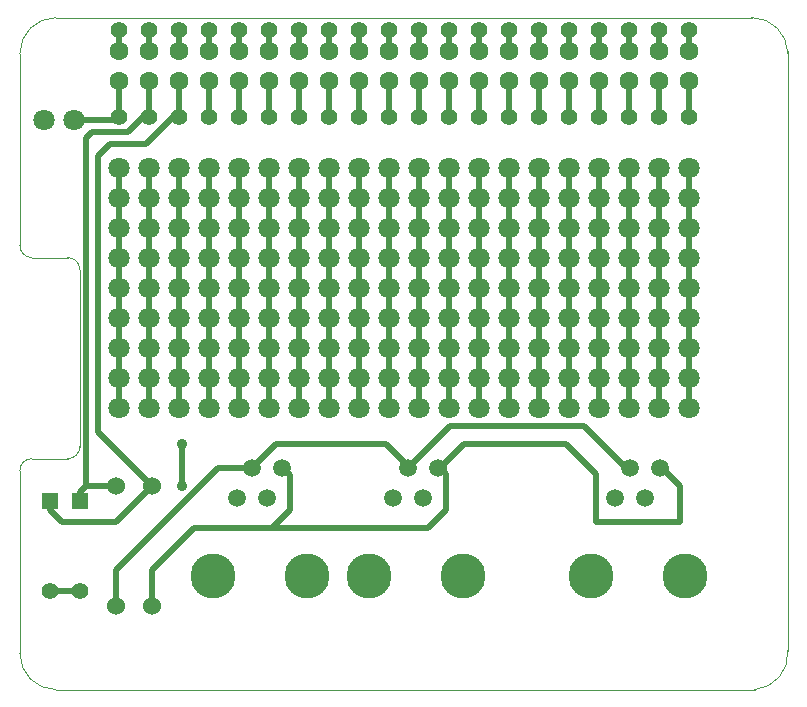
<source format=gbl>
G04 (created by PCBNEW (2013-june-11)-stable) date Sun 20 Aug 2017 10:14:19 PM EDT*
%MOIN*%
G04 Gerber Fmt 3.4, Leading zero omitted, Abs format*
%FSLAX34Y34*%
G01*
G70*
G90*
G04 APERTURE LIST*
%ADD10C,0.00590551*%
%ADD11C,0.00393701*%
%ADD12C,0.0590551*%
%ADD13C,0.149606*%
%ADD14C,0.0708661*%
%ADD15R,0.056X0.056*%
%ADD16C,0.056*%
%ADD17C,0.06*%
%ADD18C,0.0629921*%
%ADD19C,0.0551181*%
%ADD20R,0.019685X0.0472441*%
%ADD21C,0.035*%
%ADD22C,0.02*%
G04 APERTURE END LIST*
G54D10*
G54D11*
X63400Y-68400D02*
X86700Y-68400D01*
X86600Y-46000D02*
X63400Y-46000D01*
X87800Y-47200D02*
G75*
G03X86600Y-46000I-1200J0D01*
G74*
G01*
X62200Y-61100D02*
X62200Y-67200D01*
X62600Y-60700D02*
X63800Y-60700D01*
X64200Y-54400D02*
X64200Y-60300D01*
X62600Y-54000D02*
X63800Y-54000D01*
X62200Y-47200D02*
X62200Y-53600D01*
X63400Y-46000D02*
G75*
G03X62200Y-47200I0J-1200D01*
G74*
G01*
X87800Y-67100D02*
X87800Y-47100D01*
X64200Y-54400D02*
G75*
G03X63800Y-54000I-400J0D01*
G74*
G01*
X63800Y-60700D02*
G75*
G03X64200Y-60300I0J400D01*
G74*
G01*
X62600Y-60700D02*
G75*
G03X62200Y-61100I0J-400D01*
G74*
G01*
X62200Y-53600D02*
G75*
G03X62600Y-54000I400J0D01*
G74*
G01*
X62200Y-67200D02*
G75*
G03X63400Y-68400I1200J0D01*
G74*
G01*
X86700Y-68399D02*
G75*
G03X87799Y-67099I-100J1199D01*
G74*
G01*
G54D12*
X83550Y-61000D03*
X83050Y-62000D03*
X82550Y-61000D03*
X82050Y-62000D03*
G54D13*
X84374Y-64598D03*
X81225Y-64598D03*
G54D12*
X76150Y-61000D03*
X75650Y-62000D03*
X75150Y-61000D03*
X74650Y-62000D03*
G54D13*
X76974Y-64598D03*
X73825Y-64598D03*
G54D12*
X70950Y-61000D03*
X70450Y-62000D03*
X69950Y-61000D03*
X69450Y-62000D03*
G54D13*
X71774Y-64598D03*
X68625Y-64598D03*
G54D14*
X64000Y-49400D03*
X63000Y-49400D03*
G54D15*
X64200Y-62100D03*
G54D16*
X64200Y-65100D03*
G54D15*
X63200Y-62100D03*
G54D16*
X63200Y-65100D03*
G54D17*
X66600Y-61600D03*
X66600Y-65600D03*
X65400Y-61600D03*
X65400Y-65600D03*
G54D18*
X65500Y-48100D03*
X65500Y-47100D03*
X66500Y-48100D03*
X66500Y-47100D03*
X67500Y-48100D03*
X67500Y-47100D03*
X68500Y-48100D03*
X68500Y-47100D03*
X69500Y-48100D03*
X69500Y-47100D03*
X70500Y-48100D03*
X70500Y-47100D03*
X71500Y-48100D03*
X71500Y-47100D03*
X72500Y-48100D03*
X72500Y-47100D03*
X73500Y-48100D03*
X73500Y-47100D03*
X74500Y-48100D03*
X74500Y-47100D03*
X75500Y-48100D03*
X75500Y-47100D03*
X76500Y-48100D03*
X76500Y-47100D03*
X77500Y-48100D03*
X77500Y-47100D03*
X78500Y-48100D03*
X78500Y-47100D03*
X79500Y-48100D03*
X79500Y-47100D03*
X80500Y-48100D03*
X80500Y-47100D03*
X81500Y-48100D03*
X81500Y-47100D03*
X82500Y-48100D03*
X82500Y-47100D03*
X83500Y-48100D03*
X83500Y-47100D03*
X84500Y-48100D03*
X84500Y-47100D03*
G54D19*
X74500Y-46400D03*
X73500Y-46400D03*
X72500Y-46400D03*
X71500Y-46400D03*
X70500Y-46400D03*
X69500Y-46400D03*
X68500Y-46400D03*
X67500Y-46400D03*
X66500Y-46400D03*
X65500Y-46400D03*
X71500Y-49300D03*
X70500Y-49300D03*
X69500Y-49300D03*
X68500Y-49300D03*
X67500Y-49300D03*
X65500Y-49300D03*
X66500Y-49300D03*
X76500Y-49300D03*
X75500Y-49300D03*
X76500Y-46400D03*
X84500Y-49300D03*
X83500Y-49300D03*
X82500Y-49300D03*
X81500Y-49300D03*
X80500Y-49300D03*
X79500Y-49300D03*
X78500Y-49300D03*
X77500Y-49300D03*
X74500Y-49300D03*
X73500Y-49300D03*
X72500Y-49300D03*
X84500Y-46400D03*
X83500Y-46400D03*
X82500Y-46400D03*
X81500Y-46400D03*
X80500Y-46400D03*
X79500Y-46400D03*
X78500Y-46400D03*
X77500Y-46400D03*
X75500Y-46400D03*
G54D14*
X65500Y-51000D03*
X65500Y-52000D03*
X65500Y-53000D03*
X65500Y-54000D03*
X65500Y-55000D03*
X65500Y-56000D03*
X65500Y-57000D03*
X65500Y-58000D03*
X65500Y-59000D03*
G54D20*
X65500Y-51500D03*
X65500Y-52500D03*
X65500Y-53500D03*
X65500Y-54500D03*
X65500Y-55500D03*
X65500Y-56500D03*
X65500Y-57500D03*
X65500Y-58500D03*
G54D14*
X66500Y-51000D03*
X66500Y-52000D03*
X66500Y-53000D03*
X66500Y-54000D03*
X66500Y-55000D03*
X66500Y-56000D03*
X66500Y-57000D03*
X66500Y-58000D03*
X66500Y-59000D03*
G54D20*
X66500Y-51500D03*
X66500Y-52500D03*
X66500Y-53500D03*
X66500Y-54500D03*
X66500Y-55500D03*
X66500Y-56500D03*
X66500Y-57500D03*
X66500Y-58500D03*
G54D14*
X67500Y-51000D03*
X67500Y-52000D03*
X67500Y-53000D03*
X67500Y-54000D03*
X67500Y-55000D03*
X67500Y-56000D03*
X67500Y-57000D03*
X67500Y-58000D03*
X67500Y-59000D03*
G54D20*
X67500Y-51500D03*
X67500Y-52500D03*
X67500Y-53500D03*
X67500Y-54500D03*
X67500Y-55500D03*
X67500Y-56500D03*
X67500Y-57500D03*
X67500Y-58500D03*
G54D14*
X68500Y-51000D03*
X68500Y-52000D03*
X68500Y-53000D03*
X68500Y-54000D03*
X68500Y-55000D03*
X68500Y-56000D03*
X68500Y-57000D03*
X68500Y-58000D03*
X68500Y-59000D03*
G54D20*
X68500Y-51500D03*
X68500Y-52500D03*
X68500Y-53500D03*
X68500Y-54500D03*
X68500Y-55500D03*
X68500Y-56500D03*
X68500Y-57500D03*
X68500Y-58500D03*
G54D14*
X69500Y-51000D03*
X69500Y-52000D03*
X69500Y-53000D03*
X69500Y-54000D03*
X69500Y-55000D03*
X69500Y-56000D03*
X69500Y-57000D03*
X69500Y-58000D03*
X69500Y-59000D03*
G54D20*
X69500Y-51500D03*
X69500Y-52500D03*
X69500Y-53500D03*
X69500Y-54500D03*
X69500Y-55500D03*
X69500Y-56500D03*
X69500Y-57500D03*
X69500Y-58500D03*
G54D14*
X70500Y-51000D03*
X70500Y-52000D03*
X70500Y-53000D03*
X70500Y-54000D03*
X70500Y-55000D03*
X70500Y-56000D03*
X70500Y-57000D03*
X70500Y-58000D03*
X70500Y-59000D03*
G54D20*
X70500Y-51500D03*
X70500Y-52500D03*
X70500Y-53500D03*
X70500Y-54500D03*
X70500Y-55500D03*
X70500Y-56500D03*
X70500Y-57500D03*
X70500Y-58500D03*
G54D14*
X71500Y-51000D03*
X71500Y-52000D03*
X71500Y-53000D03*
X71500Y-54000D03*
X71500Y-55000D03*
X71500Y-56000D03*
X71500Y-57000D03*
X71500Y-58000D03*
X71500Y-59000D03*
G54D20*
X71500Y-51500D03*
X71500Y-52500D03*
X71500Y-53500D03*
X71500Y-54500D03*
X71500Y-55500D03*
X71500Y-56500D03*
X71500Y-57500D03*
X71500Y-58500D03*
G54D14*
X72500Y-51000D03*
X72500Y-52000D03*
X72500Y-53000D03*
X72500Y-54000D03*
X72500Y-55000D03*
X72500Y-56000D03*
X72500Y-57000D03*
X72500Y-58000D03*
X72500Y-59000D03*
G54D20*
X72500Y-51500D03*
X72500Y-52500D03*
X72500Y-53500D03*
X72500Y-54500D03*
X72500Y-55500D03*
X72500Y-56500D03*
X72500Y-57500D03*
X72500Y-58500D03*
G54D14*
X84500Y-51000D03*
X84500Y-52000D03*
X84500Y-53000D03*
X84500Y-54000D03*
X84500Y-55000D03*
X84500Y-56000D03*
X84500Y-57000D03*
X84500Y-58000D03*
X84500Y-59000D03*
G54D20*
X84500Y-51500D03*
X84500Y-52500D03*
X84500Y-53500D03*
X84500Y-54500D03*
X84500Y-55500D03*
X84500Y-56500D03*
X84500Y-57500D03*
X84500Y-58500D03*
G54D14*
X83500Y-51000D03*
X83500Y-52000D03*
X83500Y-53000D03*
X83500Y-54000D03*
X83500Y-55000D03*
X83500Y-56000D03*
X83500Y-57000D03*
X83500Y-58000D03*
X83500Y-59000D03*
G54D20*
X83500Y-51500D03*
X83500Y-52500D03*
X83500Y-53500D03*
X83500Y-54500D03*
X83500Y-55500D03*
X83500Y-56500D03*
X83500Y-57500D03*
X83500Y-58500D03*
G54D14*
X82500Y-51000D03*
X82500Y-52000D03*
X82500Y-53000D03*
X82500Y-54000D03*
X82500Y-55000D03*
X82500Y-56000D03*
X82500Y-57000D03*
X82500Y-58000D03*
X82500Y-59000D03*
G54D20*
X82500Y-51500D03*
X82500Y-52500D03*
X82500Y-53500D03*
X82500Y-54500D03*
X82500Y-55500D03*
X82500Y-56500D03*
X82500Y-57500D03*
X82500Y-58500D03*
G54D14*
X81500Y-51000D03*
X81500Y-52000D03*
X81500Y-53000D03*
X81500Y-54000D03*
X81500Y-55000D03*
X81500Y-56000D03*
X81500Y-57000D03*
X81500Y-58000D03*
X81500Y-59000D03*
G54D20*
X81500Y-51500D03*
X81500Y-52500D03*
X81500Y-53500D03*
X81500Y-54500D03*
X81500Y-55500D03*
X81500Y-56500D03*
X81500Y-57500D03*
X81500Y-58500D03*
G54D14*
X80500Y-51000D03*
X80500Y-52000D03*
X80500Y-53000D03*
X80500Y-54000D03*
X80500Y-55000D03*
X80500Y-56000D03*
X80500Y-57000D03*
X80500Y-58000D03*
X80500Y-59000D03*
G54D20*
X80500Y-51500D03*
X80500Y-52500D03*
X80500Y-53500D03*
X80500Y-54500D03*
X80500Y-55500D03*
X80500Y-56500D03*
X80500Y-57500D03*
X80500Y-58500D03*
G54D14*
X79500Y-51000D03*
X79500Y-52000D03*
X79500Y-53000D03*
X79500Y-54000D03*
X79500Y-55000D03*
X79500Y-56000D03*
X79500Y-57000D03*
X79500Y-58000D03*
X79500Y-59000D03*
G54D20*
X79500Y-51500D03*
X79500Y-52500D03*
X79500Y-53500D03*
X79500Y-54500D03*
X79500Y-55500D03*
X79500Y-56500D03*
X79500Y-57500D03*
X79500Y-58500D03*
G54D14*
X78500Y-51000D03*
X78500Y-52000D03*
X78500Y-53000D03*
X78500Y-54000D03*
X78500Y-55000D03*
X78500Y-56000D03*
X78500Y-57000D03*
X78500Y-58000D03*
X78500Y-59000D03*
G54D20*
X78500Y-51500D03*
X78500Y-52500D03*
X78500Y-53500D03*
X78500Y-54500D03*
X78500Y-55500D03*
X78500Y-56500D03*
X78500Y-57500D03*
X78500Y-58500D03*
G54D14*
X77500Y-51000D03*
X77500Y-52000D03*
X77500Y-53000D03*
X77500Y-54000D03*
X77500Y-55000D03*
X77500Y-56000D03*
X77500Y-57000D03*
X77500Y-58000D03*
X77500Y-59000D03*
G54D20*
X77500Y-51500D03*
X77500Y-52500D03*
X77500Y-53500D03*
X77500Y-54500D03*
X77500Y-55500D03*
X77500Y-56500D03*
X77500Y-57500D03*
X77500Y-58500D03*
G54D14*
X76500Y-51000D03*
X76500Y-52000D03*
X76500Y-53000D03*
X76500Y-54000D03*
X76500Y-55000D03*
X76500Y-56000D03*
X76500Y-57000D03*
X76500Y-58000D03*
X76500Y-59000D03*
G54D20*
X76500Y-51500D03*
X76500Y-52500D03*
X76500Y-53500D03*
X76500Y-54500D03*
X76500Y-55500D03*
X76500Y-56500D03*
X76500Y-57500D03*
X76500Y-58500D03*
G54D14*
X75500Y-51000D03*
X75500Y-52000D03*
X75500Y-53000D03*
X75500Y-54000D03*
X75500Y-55000D03*
X75500Y-56000D03*
X75500Y-57000D03*
X75500Y-58000D03*
X75500Y-59000D03*
G54D20*
X75500Y-51500D03*
X75500Y-52500D03*
X75500Y-53500D03*
X75500Y-54500D03*
X75500Y-55500D03*
X75500Y-56500D03*
X75500Y-57500D03*
X75500Y-58500D03*
G54D14*
X74500Y-51000D03*
X74500Y-52000D03*
X74500Y-53000D03*
X74500Y-54000D03*
X74500Y-55000D03*
X74500Y-56000D03*
X74500Y-57000D03*
X74500Y-58000D03*
X74500Y-59000D03*
G54D20*
X74500Y-51500D03*
X74500Y-52500D03*
X74500Y-53500D03*
X74500Y-54500D03*
X74500Y-55500D03*
X74500Y-56500D03*
X74500Y-57500D03*
X74500Y-58500D03*
G54D14*
X73500Y-51000D03*
X73500Y-52000D03*
X73500Y-53000D03*
X73500Y-54000D03*
X73500Y-55000D03*
X73500Y-56000D03*
X73500Y-57000D03*
X73500Y-58000D03*
X73500Y-59000D03*
G54D20*
X73500Y-51500D03*
X73500Y-52500D03*
X73500Y-53500D03*
X73500Y-54500D03*
X73500Y-55500D03*
X73500Y-56500D03*
X73500Y-57500D03*
X73500Y-58500D03*
G54D21*
X67600Y-60200D03*
X67600Y-61600D03*
G54D22*
X65500Y-49300D02*
X65500Y-48100D01*
X64000Y-49400D02*
X65400Y-49400D01*
X65400Y-49400D02*
X65500Y-49300D01*
X63200Y-62100D02*
X63200Y-62400D01*
X65400Y-62800D02*
X66600Y-61600D01*
X63600Y-62800D02*
X65400Y-62800D01*
X63200Y-62400D02*
X63600Y-62800D01*
X67500Y-49300D02*
X67300Y-49300D01*
X64800Y-59800D02*
X66600Y-61600D01*
X64800Y-50600D02*
X64800Y-59800D01*
X65200Y-50200D02*
X64800Y-50600D01*
X66400Y-50200D02*
X65200Y-50200D01*
X67300Y-49300D02*
X66400Y-50200D01*
X67500Y-49300D02*
X67500Y-48100D01*
X65400Y-61600D02*
X64400Y-61600D01*
X64200Y-62100D02*
X64200Y-61800D01*
X64200Y-61800D02*
X64400Y-61600D01*
X66500Y-49300D02*
X66300Y-49300D01*
X64400Y-50000D02*
X64400Y-61600D01*
X64600Y-49800D02*
X64400Y-50000D01*
X65800Y-49800D02*
X64600Y-49800D01*
X66300Y-49300D02*
X65800Y-49800D01*
X66500Y-49300D02*
X66500Y-48100D01*
X67600Y-61600D02*
X67600Y-60200D01*
X63200Y-65100D02*
X64200Y-65100D01*
X69500Y-49300D02*
X69500Y-48100D01*
X84500Y-47100D02*
X84500Y-46400D01*
X72500Y-48100D02*
X72500Y-49300D01*
X73500Y-48100D02*
X73500Y-49300D01*
X74500Y-48100D02*
X74500Y-49300D01*
X77500Y-48100D02*
X77500Y-49300D01*
X78500Y-48100D02*
X78500Y-49300D01*
X79500Y-48100D02*
X79500Y-49300D01*
X80500Y-48100D02*
X80500Y-49300D01*
X81500Y-48100D02*
X81500Y-49300D01*
X82500Y-48100D02*
X82500Y-49300D01*
X83500Y-48100D02*
X83500Y-49300D01*
X84500Y-48100D02*
X84500Y-49300D01*
X82550Y-61000D02*
X82400Y-61000D01*
X76550Y-59600D02*
X75150Y-61000D01*
X81000Y-59600D02*
X76550Y-59600D01*
X82400Y-61000D02*
X81000Y-59600D01*
X75150Y-61000D02*
X75150Y-60950D01*
X70750Y-60200D02*
X69950Y-61000D01*
X74400Y-60200D02*
X70750Y-60200D01*
X75150Y-60950D02*
X74400Y-60200D01*
X69950Y-61000D02*
X68800Y-61000D01*
X65400Y-64400D02*
X65400Y-65600D01*
X68800Y-61000D02*
X65400Y-64400D01*
X76500Y-47100D02*
X76500Y-46400D01*
X75500Y-48100D02*
X75500Y-49300D01*
X76500Y-48100D02*
X76500Y-49300D01*
X76150Y-61000D02*
X76200Y-61000D01*
X76200Y-61000D02*
X77000Y-60200D01*
X83600Y-61000D02*
X83550Y-61000D01*
X84200Y-61600D02*
X83600Y-61000D01*
X84200Y-62800D02*
X84200Y-61600D01*
X81400Y-62800D02*
X84200Y-62800D01*
X81400Y-61200D02*
X81400Y-62800D01*
X80400Y-60200D02*
X81400Y-61200D01*
X77000Y-60200D02*
X80400Y-60200D01*
X76400Y-62400D02*
X75800Y-63000D01*
X76400Y-61200D02*
X76400Y-62400D01*
X76200Y-61000D02*
X76400Y-61200D01*
X70600Y-63000D02*
X75800Y-63000D01*
X66600Y-65600D02*
X66600Y-64400D01*
X71200Y-61250D02*
X70950Y-61000D01*
X71200Y-62400D02*
X71200Y-61250D01*
X70600Y-63000D02*
X71200Y-62400D01*
X68000Y-63000D02*
X70600Y-63000D01*
X66600Y-64400D02*
X68000Y-63000D01*
X65500Y-47100D02*
X65500Y-46400D01*
X66500Y-47100D02*
X66500Y-46400D01*
X67500Y-47100D02*
X67500Y-46400D01*
X68500Y-49300D02*
X68500Y-48100D01*
X68500Y-47100D02*
X68500Y-46400D01*
X69500Y-47100D02*
X69500Y-46400D01*
X74500Y-47100D02*
X74500Y-46400D01*
X79500Y-47100D02*
X79500Y-46400D01*
X70500Y-48100D02*
X70500Y-49300D01*
X71500Y-48100D02*
X71500Y-49300D01*
X70500Y-47100D02*
X70500Y-46400D01*
X71500Y-47100D02*
X71500Y-46400D01*
X72500Y-47100D02*
X72500Y-46400D01*
X73500Y-47100D02*
X73500Y-46400D01*
X75500Y-47100D02*
X75500Y-46400D01*
X77500Y-47100D02*
X77500Y-46400D01*
X78500Y-47100D02*
X78500Y-46400D01*
X80500Y-47100D02*
X80500Y-46400D01*
X81500Y-47100D02*
X81500Y-46400D01*
X82500Y-47100D02*
X82500Y-46400D01*
X83500Y-47100D02*
X83500Y-46400D01*
M02*

</source>
